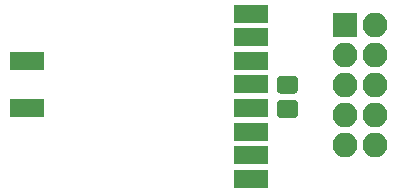
<source format=gbr>
G04 #@! TF.GenerationSoftware,KiCad,Pcbnew,(5.1.6)-1*
G04 #@! TF.CreationDate,2020-11-13T23:12:39+01:00*
G04 #@! TF.ProjectId,AskSin-Analyzer-XS-RPi,41736b53-696e-42d4-916e-616c797a6572,rev?*
G04 #@! TF.SameCoordinates,Original*
G04 #@! TF.FileFunction,Soldermask,Top*
G04 #@! TF.FilePolarity,Negative*
%FSLAX46Y46*%
G04 Gerber Fmt 4.6, Leading zero omitted, Abs format (unit mm)*
G04 Created by KiCad (PCBNEW (5.1.6)-1) date 2020-11-13 23:12:39*
%MOMM*%
%LPD*%
G01*
G04 APERTURE LIST*
%ADD10R,2.924000X1.600000*%
%ADD11O,2.100000X2.100000*%
%ADD12R,2.100000X2.100000*%
G04 APERTURE END LIST*
D10*
X136025000Y-88650000D03*
X136025000Y-92650000D03*
X155025000Y-84650000D03*
X155025000Y-86650000D03*
X155025000Y-88650000D03*
X155025000Y-90650000D03*
X155025000Y-92650000D03*
X155025000Y-94650000D03*
X155025000Y-96650000D03*
X155025000Y-98650000D03*
D11*
X165540000Y-95760000D03*
X163000000Y-95760000D03*
X165540000Y-93220000D03*
X163000000Y-93220000D03*
X165540000Y-90680000D03*
X163000000Y-90680000D03*
X165540000Y-88140000D03*
X163000000Y-88140000D03*
X165540000Y-85600000D03*
D12*
X163000000Y-85600000D03*
G36*
G01*
X157536956Y-91950000D02*
X158663044Y-91950000D01*
G75*
G02*
X159000000Y-92286956I0J-336956D01*
G01*
X159000000Y-93163044D01*
G75*
G02*
X158663044Y-93500000I-336956J0D01*
G01*
X157536956Y-93500000D01*
G75*
G02*
X157200000Y-93163044I0J336956D01*
G01*
X157200000Y-92286956D01*
G75*
G02*
X157536956Y-91950000I336956J0D01*
G01*
G37*
G36*
G01*
X157536956Y-89900000D02*
X158663044Y-89900000D01*
G75*
G02*
X159000000Y-90236956I0J-336956D01*
G01*
X159000000Y-91113044D01*
G75*
G02*
X158663044Y-91450000I-336956J0D01*
G01*
X157536956Y-91450000D01*
G75*
G02*
X157200000Y-91113044I0J336956D01*
G01*
X157200000Y-90236956D01*
G75*
G02*
X157536956Y-89900000I336956J0D01*
G01*
G37*
M02*

</source>
